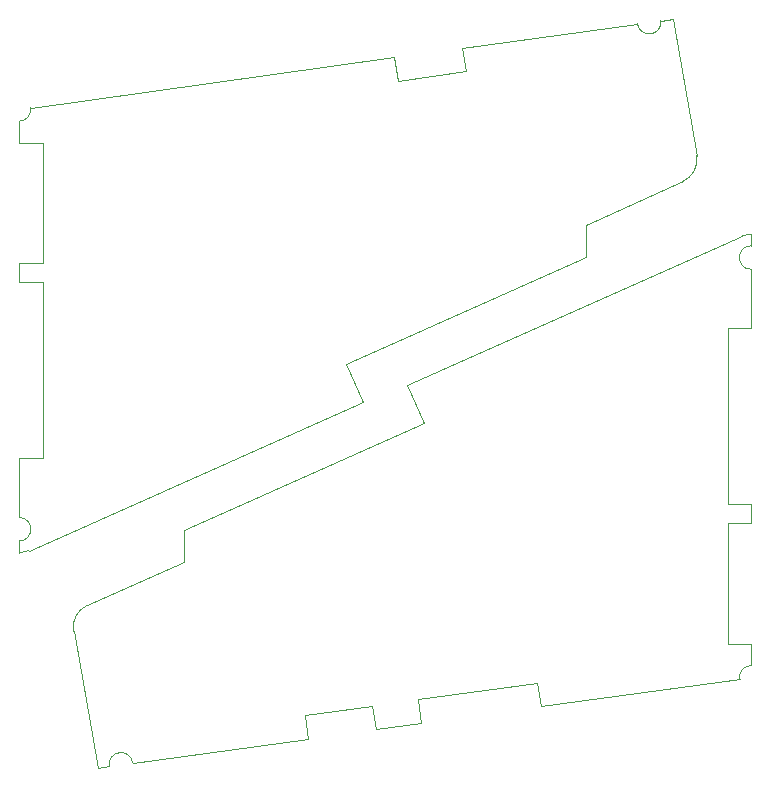
<source format=gm1>
G04*
G04 #@! TF.GenerationSoftware,Altium Limited,Altium Designer,18.1.7 (191)*
G04*
G04 Layer_Color=16711935*
%FSLAX43Y43*%
%MOMM*%
G71*
G01*
G75*
%ADD58C,0.100*%
D58*
X66000Y48000D02*
G03*
X66000Y46000I0J-1000D01*
G01*
Y49000D02*
G03*
X65185Y48827I0J-2000D01*
G01*
X9776Y17545D02*
G03*
X8621Y15371I815J-1827D01*
G01*
X13633Y4219D02*
G03*
X11651Y3945I-991J-137D01*
G01*
X66000Y12460D02*
G03*
X65009Y11323I0J-1000D01*
G01*
X38066Y7598D02*
X34203Y7064D01*
X28457Y6269D02*
X13633Y4219D01*
X66000Y14300D02*
Y12460D01*
Y26100D02*
Y24500D01*
Y49000D02*
Y48000D01*
X65185Y48827D02*
X36873Y36200D01*
X38299Y33003D02*
X36873Y36200D01*
X38299Y33003D02*
X18000Y23950D01*
Y21213D01*
X9776Y17545D01*
X10659Y3808D02*
X8621Y15371D01*
X11651Y3945D02*
X10659Y3808D01*
X65009Y11323D02*
X48170Y8995D01*
X66000Y46000D02*
Y41000D01*
X33929Y9045D02*
X28183Y8250D01*
X34203Y7064D02*
X33929Y9045D01*
X38066Y7598D02*
X37792Y9579D01*
X47896Y10976D02*
X37792Y9579D01*
X48170Y8995D02*
X47896Y10976D01*
X66000Y14300D02*
X64000D01*
Y24500D02*
Y14300D01*
X66000Y24500D02*
X64000D01*
X66000Y26100D02*
X64000D01*
Y41000D02*
Y26100D01*
X66000Y41000D02*
X64000D01*
X28457Y6269D02*
X28183Y8250D01*
X56367Y66781D02*
G03*
X58349Y67055I991J137D01*
G01*
X60224Y53455D02*
G03*
X61379Y55629I-815J1827D01*
G01*
X4000Y22000D02*
G03*
X4815Y22173I0J2000D01*
G01*
X4000Y23000D02*
G03*
X4000Y25000I0J1000D01*
G01*
Y58540D02*
G03*
X4991Y59677I0J1000D01*
G01*
X41543Y64731D02*
X41817Y62750D01*
X41543Y64731D02*
X56368Y66781D01*
X58349Y67055D02*
X59341Y67192D01*
X61379Y55629D01*
X52000Y49787D02*
X60224Y53455D01*
X52000Y47050D02*
Y49787D01*
X31701Y37997D02*
X52000Y47050D01*
X31701Y37997D02*
X33127Y34800D01*
X4815Y22173D02*
X33127Y34800D01*
X4000Y22000D02*
Y23000D01*
Y25000D02*
Y30000D01*
X6000D01*
Y44900D01*
X4000D02*
X6000D01*
X4000D02*
Y46500D01*
X6000D01*
Y56700D01*
X4000D02*
X6000D01*
X4000D02*
Y58540D01*
X4991Y59677D02*
X35797Y63936D01*
X36071Y61955D01*
X41817Y62750D01*
M02*

</source>
